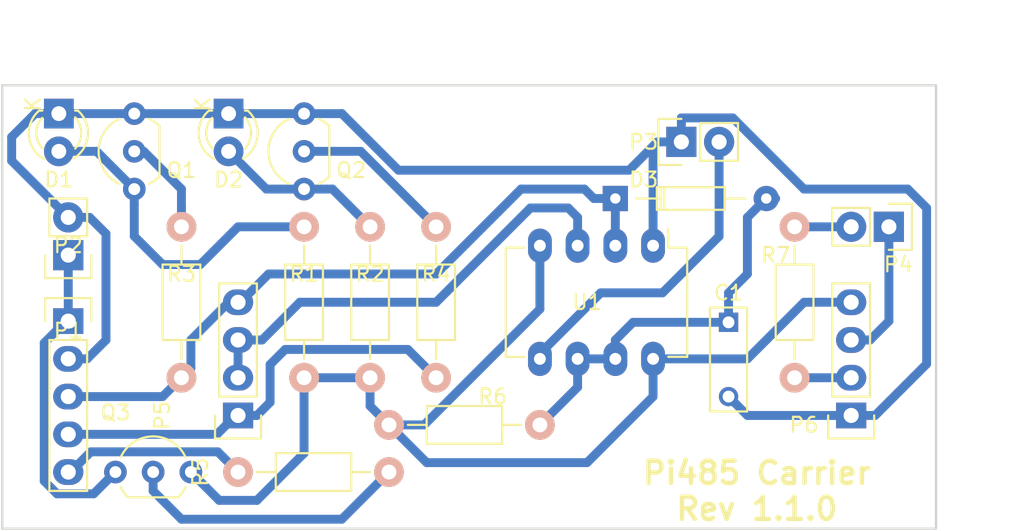
<source format=kicad_pcb>
(kicad_pcb (version 20160815) (host pcbnew "(2016-12-18 revision 3ffa37c)-master")

  (general
    (links 41)
    (no_connects 0)
    (area 37.389999 15.715 110.235001 51.1825)
    (thickness 1.6)
    (drawings 7)
    (tracks 136)
    (zones 0)
    (modules 21)
    (nets 18)
  )

  (page A4)
  (layers
    (0 F.Cu jumper)
    (31 B.Cu signal)
    (32 B.Adhes user)
    (33 F.Adhes user)
    (34 B.Paste user)
    (35 F.Paste user)
    (36 B.SilkS user)
    (37 F.SilkS user)
    (38 B.Mask user)
    (39 F.Mask user)
    (40 Dwgs.User user)
    (41 Cmts.User user)
    (42 Eco1.User user)
    (43 Eco2.User user)
    (44 Edge.Cuts user)
    (45 Margin user)
    (46 B.CrtYd user)
    (47 F.CrtYd user)
    (48 B.Fab user)
    (49 F.Fab user)
  )

  (setup
    (last_trace_width 0.6)
    (trace_clearance 0.3)
    (zone_clearance 0.508)
    (zone_45_only no)
    (trace_min 0.6)
    (segment_width 0.2)
    (edge_width 0.15)
    (via_size 0.8)
    (via_drill 0.4)
    (via_min_size 0.4)
    (via_min_drill 0.3)
    (uvia_size 0.3)
    (uvia_drill 0.1)
    (uvias_allowed no)
    (uvia_min_size 0.2)
    (uvia_min_drill 0.1)
    (pcb_text_width 0.3)
    (pcb_text_size 1.5 1.5)
    (mod_edge_width 0.15)
    (mod_text_size 1 1)
    (mod_text_width 0.15)
    (pad_size 1.524 1.524)
    (pad_drill 0.762)
    (pad_to_mask_clearance 0.2)
    (aux_axis_origin 48.26 29.21)
    (grid_origin 48.26 29.21)
    (visible_elements FFFFFF7F)
    (pcbplotparams
      (layerselection 0x00000_fffffffe)
      (usegerberextensions false)
      (excludeedgelayer true)
      (linewidth 0.100000)
      (plotframeref false)
      (viasonmask false)
      (mode 1)
      (useauxorigin false)
      (hpglpennumber 1)
      (hpglpenspeed 20)
      (hpglpendiameter 15)
      (psnegative false)
      (psa4output false)
      (plotreference true)
      (plotvalue true)
      (plotinvisibletext false)
      (padsonsilk false)
      (subtractmaskfromsilk false)
      (outputformat 4)
      (mirror false)
      (drillshape 1)
      (scaleselection 1)
      (outputdirectory ""))
  )

  (net 0 "")
  (net 1 "Net-(C1-Pad1)")
  (net 2 GND)
  (net 3 "Net-(D1-Pad2)")
  (net 4 "Net-(D2-Pad2)")
  (net 5 "/(TXDO)_GPIO14")
  (net 6 VCC)
  (net 7 "/(RXDO)_GPIO15")
  (net 8 "/(485PWR)_GPIO18")
  (net 9 "Net-(P3-Pad2)")
  (net 10 "Net-(P4-Pad2)")
  (net 11 /lctec485/B)
  (net 12 "Net-(Q1-Pad2)")
  (net 13 "Net-(Q2-Pad2)")
  (net 14 "Net-(Q3-Pad2)")
  (net 15 /lctec485/DE)
  (net 16 /lctec485/A)
  (net 17 /lctec485/VCIN)

  (net_class Default "This is the default net class."
    (clearance 0.3)
    (trace_width 0.6)
    (via_dia 0.8)
    (via_drill 0.4)
    (uvia_dia 0.3)
    (uvia_drill 0.1)
    (diff_pair_gap 0.25)
    (diff_pair_width 0.6)
    (add_net "/(485PWR)_GPIO18")
    (add_net "/(RXDO)_GPIO15")
    (add_net "/(TXDO)_GPIO14")
    (add_net /lctec485/A)
    (add_net /lctec485/B)
    (add_net /lctec485/DE)
    (add_net /lctec485/VCIN)
    (add_net GND)
    (add_net "Net-(C1-Pad1)")
    (add_net "Net-(D1-Pad2)")
    (add_net "Net-(D2-Pad2)")
    (add_net "Net-(P3-Pad2)")
    (add_net "Net-(P4-Pad2)")
    (add_net "Net-(Q1-Pad2)")
    (add_net "Net-(Q2-Pad2)")
    (add_net "Net-(Q3-Pad2)")
    (add_net VCC)
  )

  (module Pin_Headers:Pin_Header_Straight_1x02 (layer F.Cu) (tedit 54EA090C) (tstamp 5888ACC6)
    (at 41.91 32.385 180)
    (descr "Through hole pin header")
    (tags "pin header")
    (path /5881B0F1)
    (fp_text reference P1 (at 0 -5.1 180) (layer F.SilkS)
      (effects (font (size 1 1) (thickness 0.15)))
    )
    (fp_text value PWR (at 3.175 1.27 270) (layer F.Fab)
      (effects (font (size 1 1) (thickness 0.15)))
    )
    (fp_line (start 1.27 1.27) (end 1.27 3.81) (layer F.SilkS) (width 0.15))
    (fp_line (start 1.55 -1.55) (end 1.55 0) (layer F.SilkS) (width 0.15))
    (fp_line (start -1.75 -1.75) (end -1.75 4.3) (layer F.CrtYd) (width 0.05))
    (fp_line (start 1.75 -1.75) (end 1.75 4.3) (layer F.CrtYd) (width 0.05))
    (fp_line (start -1.75 -1.75) (end 1.75 -1.75) (layer F.CrtYd) (width 0.05))
    (fp_line (start -1.75 4.3) (end 1.75 4.3) (layer F.CrtYd) (width 0.05))
    (fp_line (start 1.27 1.27) (end -1.27 1.27) (layer F.SilkS) (width 0.15))
    (fp_line (start -1.55 0) (end -1.55 -1.55) (layer F.SilkS) (width 0.15))
    (fp_line (start -1.55 -1.55) (end 1.55 -1.55) (layer F.SilkS) (width 0.15))
    (fp_line (start -1.27 1.27) (end -1.27 3.81) (layer F.SilkS) (width 0.15))
    (fp_line (start -1.27 3.81) (end 1.27 3.81) (layer F.SilkS) (width 0.15))
    (pad 1 thru_hole rect (at 0 0 180) (size 2.032 2.032) (drill 1.016) (layers *.Cu *.Mask)
      (net 6 VCC))
    (pad 2 thru_hole oval (at 0 2.54 180) (size 2.032 2.032) (drill 1.016) (layers *.Cu *.Mask)
      (net 2 GND))
    (model Pin_Headers.3dshapes/Pin_Header_Straight_1x02.wrl
      (at (xyz 0 -0.05 0))
      (scale (xyz 1 1 1))
      (rotate (xyz 0 0 90))
    )
  )

  (module Pin_Headers:Pin_Header_Straight_1x05 (layer F.Cu) (tedit 54EA0684) (tstamp 5888AC8D)
    (at 41.91 36.83)
    (descr "Through hole pin header")
    (tags "pin header")
    (path /5881B0F0)
    (fp_text reference P2 (at 0 -5.1) (layer F.SilkS)
      (effects (font (size 1 1) (thickness 0.15)))
    )
    (fp_text value "Rasperry Pi" (at -3.175 6.35 90) (layer F.Fab)
      (effects (font (size 1 1) (thickness 0.15)))
    )
    (fp_line (start -1.55 0) (end -1.55 -1.55) (layer F.SilkS) (width 0.15))
    (fp_line (start -1.55 -1.55) (end 1.55 -1.55) (layer F.SilkS) (width 0.15))
    (fp_line (start 1.55 -1.55) (end 1.55 0) (layer F.SilkS) (width 0.15))
    (fp_line (start -1.75 -1.75) (end -1.75 11.95) (layer F.CrtYd) (width 0.05))
    (fp_line (start 1.75 -1.75) (end 1.75 11.95) (layer F.CrtYd) (width 0.05))
    (fp_line (start -1.75 -1.75) (end 1.75 -1.75) (layer F.CrtYd) (width 0.05))
    (fp_line (start -1.75 11.95) (end 1.75 11.95) (layer F.CrtYd) (width 0.05))
    (fp_line (start 1.27 1.27) (end 1.27 11.43) (layer F.SilkS) (width 0.15))
    (fp_line (start 1.27 11.43) (end -1.27 11.43) (layer F.SilkS) (width 0.15))
    (fp_line (start -1.27 11.43) (end -1.27 1.27) (layer F.SilkS) (width 0.15))
    (fp_line (start 1.27 1.27) (end -1.27 1.27) (layer F.SilkS) (width 0.15))
    (pad 1 thru_hole rect (at 0 0) (size 2.032 1.7272) (drill 1.016) (layers *.Cu *.Mask)
      (net 6 VCC))
    (pad 2 thru_hole oval (at 0 2.54) (size 2.032 1.7272) (drill 1.016) (layers *.Cu *.Mask)
      (net 2 GND))
    (pad 3 thru_hole oval (at 0 5.08) (size 2.032 1.7272) (drill 1.016) (layers *.Cu *.Mask)
      (net 5 "/(TXDO)_GPIO14"))
    (pad 4 thru_hole oval (at 0 7.62) (size 2.032 1.7272) (drill 1.016) (layers *.Cu *.Mask)
      (net 7 "/(RXDO)_GPIO15"))
    (pad 5 thru_hole oval (at 0 10.16) (size 2.032 1.7272) (drill 1.016) (layers *.Cu *.Mask)
      (net 8 "/(485PWR)_GPIO18"))
    (model Pin_Headers.3dshapes/Pin_Header_Straight_1x05.wrl
      (at (xyz 0 -0.2 0))
      (scale (xyz 1 1 1))
      (rotate (xyz 0 0 90))
    )
  )

  (module Resistors_THT:Resistor_Horizontal_RM10mm (layer F.Cu) (tedit 58824FCA) (tstamp 588230E5)
    (at 90.805 30.48 270)
    (descr "Resistor, Axial,  RM 10mm, 1/3W")
    (tags "Resistor Axial RM 10mm 1/3W")
    (path /5881F20C)
    (fp_text reference R7 (at 1.905 1.27) (layer F.SilkS)
      (effects (font (size 1 1) (thickness 0.15)))
    )
    (fp_text value R (at 5.08 0 270) (layer F.Fab)
      (effects (font (size 1 1) (thickness 0.15)))
    )
    (fp_line (start -1.25 -1.5) (end 11.4 -1.5) (layer F.CrtYd) (width 0.05))
    (fp_line (start -1.25 1.5) (end -1.25 -1.5) (layer F.CrtYd) (width 0.05))
    (fp_line (start 11.4 -1.5) (end 11.4 1.5) (layer F.CrtYd) (width 0.05))
    (fp_line (start -1.25 1.5) (end 11.4 1.5) (layer F.CrtYd) (width 0.05))
    (fp_line (start 2.54 -1.27) (end 7.62 -1.27) (layer F.SilkS) (width 0.15))
    (fp_line (start 7.62 -1.27) (end 7.62 1.27) (layer F.SilkS) (width 0.15))
    (fp_line (start 7.62 1.27) (end 2.54 1.27) (layer F.SilkS) (width 0.15))
    (fp_line (start 2.54 1.27) (end 2.54 -1.27) (layer F.SilkS) (width 0.15))
    (fp_line (start 2.54 0) (end 1.27 0) (layer F.SilkS) (width 0.15))
    (fp_line (start 7.62 0) (end 8.89 0) (layer F.SilkS) (width 0.15))
    (pad 1 thru_hole circle (at 0 0 270) (size 1.99898 1.99898) (drill 1.00076) (layers *.Cu *.SilkS *.Mask)
      (net 10 "Net-(P4-Pad2)"))
    (pad 2 thru_hole circle (at 10.16 0 270) (size 1.99898 1.99898) (drill 1.00076) (layers *.Cu *.SilkS *.Mask)
      (net 16 /lctec485/A))
    (model Resistors_ThroughHole.3dshapes/Resistor_Horizontal_RM10mm.wrl
      (at (xyz 0.2 0 0))
      (scale (xyz 0.4 0.4 0.4))
      (rotate (xyz 0 0 0))
    )
  )

  (module Socket_Strips:Socket_Strip_Straight_1x04 locked (layer F.Cu) (tedit 58824FEF) (tstamp 58822F99)
    (at 94.615 43.18 90)
    (descr "Through hole socket strip")
    (tags "socket strip")
    (path /58816C1D/5881786B)
    (fp_text reference P6 (at -0.635 -3.175) (layer F.SilkS)
      (effects (font (size 1 1) (thickness 0.15)))
    )
    (fp_text value CONN_01X04 (at 3.81 2.54 90) (layer F.Fab) hide
      (effects (font (size 1 1) (thickness 0.15)))
    )
    (fp_line (start -1.55 -1.55) (end -1.55 1.55) (layer F.SilkS) (width 0.15))
    (fp_line (start 0 -1.55) (end -1.55 -1.55) (layer F.SilkS) (width 0.15))
    (fp_line (start 1.27 1.27) (end 1.27 -1.27) (layer F.SilkS) (width 0.15))
    (fp_line (start 8.89 -1.27) (end 8.89 1.27) (layer F.SilkS) (width 0.15))
    (fp_line (start -1.55 1.55) (end 0 1.55) (layer F.SilkS) (width 0.15))
    (fp_line (start 1.27 1.27) (end 8.89 1.27) (layer F.SilkS) (width 0.15))
    (fp_line (start 1.27 -1.27) (end 8.89 -1.27) (layer F.SilkS) (width 0.15))
    (fp_line (start -1.75 1.75) (end 9.4 1.75) (layer F.CrtYd) (width 0.05))
    (fp_line (start -1.75 -1.75) (end 9.4 -1.75) (layer F.CrtYd) (width 0.05))
    (fp_line (start 9.4 -1.75) (end 9.4 1.75) (layer F.CrtYd) (width 0.05))
    (fp_line (start -1.75 -1.75) (end -1.75 1.75) (layer F.CrtYd) (width 0.05))
    (pad 4 thru_hole oval (at 7.62 0 90) (size 1.7272 2.032) (drill 1.016) (layers *.Cu *.Mask)
      (net 17 /lctec485/VCIN))
    (pad 3 thru_hole oval (at 5.08 0 90) (size 1.7272 2.032) (drill 1.016) (layers *.Cu *.Mask)
      (net 11 /lctec485/B))
    (pad 2 thru_hole oval (at 2.54 0 90) (size 1.7272 2.032) (drill 1.016) (layers *.Cu *.Mask)
      (net 16 /lctec485/A))
    (pad 1 thru_hole rect (at 0 0 90) (size 1.7272 2.032) (drill 1.016) (layers *.Cu *.Mask)
      (net 2 GND))
    (model Socket_Strips.3dshapes/Socket_Strip_Straight_1x04.wrl
      (at (xyz 0.15 0 0))
      (scale (xyz 1 1 1))
      (rotate (xyz 0 0 180))
    )
  )

  (module Socket_Strips:Socket_Strip_Straight_1x04 locked (layer F.Cu) (tedit 58825060) (tstamp 58822F62)
    (at 53.34 43.18 90)
    (descr "Through hole socket strip")
    (tags "socket strip")
    (path /58816C1D/5881780E)
    (fp_text reference P5 (at 0 -5.1 90) (layer F.SilkS)
      (effects (font (size 1 1) (thickness 0.15)))
    )
    (fp_text value CONN_01X04 (at 0 -3.1 90) (layer F.Fab) hide
      (effects (font (size 1 1) (thickness 0.15)))
    )
    (fp_line (start -1.75 -1.75) (end -1.75 1.75) (layer F.CrtYd) (width 0.05))
    (fp_line (start 9.4 -1.75) (end 9.4 1.75) (layer F.CrtYd) (width 0.05))
    (fp_line (start -1.75 -1.75) (end 9.4 -1.75) (layer F.CrtYd) (width 0.05))
    (fp_line (start -1.75 1.75) (end 9.4 1.75) (layer F.CrtYd) (width 0.05))
    (fp_line (start 1.27 -1.27) (end 8.89 -1.27) (layer F.SilkS) (width 0.15))
    (fp_line (start 1.27 1.27) (end 8.89 1.27) (layer F.SilkS) (width 0.15))
    (fp_line (start -1.55 1.55) (end 0 1.55) (layer F.SilkS) (width 0.15))
    (fp_line (start 8.89 -1.27) (end 8.89 1.27) (layer F.SilkS) (width 0.15))
    (fp_line (start 1.27 1.27) (end 1.27 -1.27) (layer F.SilkS) (width 0.15))
    (fp_line (start 0 -1.55) (end -1.55 -1.55) (layer F.SilkS) (width 0.15))
    (fp_line (start -1.55 -1.55) (end -1.55 1.55) (layer F.SilkS) (width 0.15))
    (pad 1 thru_hole rect (at 0 0 90) (size 1.7272 2.032) (drill 1.016) (layers *.Cu *.Mask)
      (net 7 "/(RXDO)_GPIO15"))
    (pad 2 thru_hole oval (at 2.54 0 90) (size 1.7272 2.032) (drill 1.016) (layers *.Cu *.Mask)
      (net 15 /lctec485/DE))
    (pad 3 thru_hole oval (at 5.08 0 90) (size 1.7272 2.032) (drill 1.016) (layers *.Cu *.Mask)
      (net 15 /lctec485/DE))
    (pad 4 thru_hole oval (at 7.62 0 90) (size 1.7272 2.032) (drill 1.016) (layers *.Cu *.Mask)
      (net 5 "/(TXDO)_GPIO14"))
    (model Socket_Strips.3dshapes/Socket_Strip_Straight_1x04.wrl
      (at (xyz 0.15 0 0))
      (scale (xyz 1 1 1))
      (rotate (xyz 0 0 180))
    )
  )

  (module Capacitors_THT:C_Rect_L7_W2.5_P5 (layer F.Cu) (tedit 0) (tstamp 5881EBFB)
    (at 86.36 36.91 270)
    (descr "Film Capacitor Length 7mm x Width 2.5mm, Pitch 5mm")
    (tags Capacitor)
    (path /5881B0E4)
    (fp_text reference C1 (at -1.985 0) (layer F.SilkS)
      (effects (font (size 1 1) (thickness 0.15)))
    )
    (fp_text value 10nF (at 2.46 0 270) (layer F.Fab)
      (effects (font (size 1 1) (thickness 0.15)))
    )
    (fp_line (start -1.25 -1.5) (end 6.25 -1.5) (layer F.CrtYd) (width 0.05))
    (fp_line (start 6.25 -1.5) (end 6.25 1.5) (layer F.CrtYd) (width 0.05))
    (fp_line (start 6.25 1.5) (end -1.25 1.5) (layer F.CrtYd) (width 0.05))
    (fp_line (start -1.25 1.5) (end -1.25 -1.5) (layer F.CrtYd) (width 0.05))
    (fp_line (start -1 -1.25) (end 6 -1.25) (layer F.SilkS) (width 0.15))
    (fp_line (start 6 -1.25) (end 6 1.25) (layer F.SilkS) (width 0.15))
    (fp_line (start 6 1.25) (end -1 1.25) (layer F.SilkS) (width 0.15))
    (fp_line (start -1 1.25) (end -1 -1.25) (layer F.SilkS) (width 0.15))
    (pad 1 thru_hole rect (at 0 0 270) (size 1.3 1.3) (drill 0.8) (layers *.Cu *.Mask)
      (net 1 "Net-(C1-Pad1)"))
    (pad 2 thru_hole circle (at 5 0 270) (size 1.3 1.3) (drill 0.8) (layers *.Cu *.Mask)
      (net 2 GND))
  )

  (module LEDs:LED-3MM (layer F.Cu) (tedit 559B82F6) (tstamp 5881EC0C)
    (at 41.275 22.86 270)
    (descr "LED 3mm round vertical")
    (tags "LED  3mm round vertical")
    (path /5881B0F4)
    (fp_text reference D1 (at 4.445 0) (layer F.SilkS)
      (effects (font (size 1 1) (thickness 0.15)))
    )
    (fp_text value TX (at 1.27 2.54 90) (layer F.Fab)
      (effects (font (size 1 1) (thickness 0.15)))
    )
    (fp_line (start -1.2 2.3) (end 3.8 2.3) (layer F.CrtYd) (width 0.05))
    (fp_line (start 3.8 2.3) (end 3.8 -2.2) (layer F.CrtYd) (width 0.05))
    (fp_line (start 3.8 -2.2) (end -1.2 -2.2) (layer F.CrtYd) (width 0.05))
    (fp_line (start -1.2 -2.2) (end -1.2 2.3) (layer F.CrtYd) (width 0.05))
    (fp_line (start -0.199 1.314) (end -0.199 1.114) (layer F.SilkS) (width 0.15))
    (fp_line (start -0.199 -1.28) (end -0.199 -1.1) (layer F.SilkS) (width 0.15))
    (fp_arc (start 1.301 0.034) (end -0.199 -1.286) (angle 108.5) (layer F.SilkS) (width 0.15))
    (fp_arc (start 1.301 0.034) (end 0.25 -1.1) (angle 85.7) (layer F.SilkS) (width 0.15))
    (fp_arc (start 1.311 0.034) (end 3.051 0.994) (angle 110) (layer F.SilkS) (width 0.15))
    (fp_arc (start 1.301 0.034) (end 2.335 1.094) (angle 87.5) (layer F.SilkS) (width 0.15))
    (fp_text user K (at -0.635 1.74 270) (layer F.SilkS)
      (effects (font (size 1 1) (thickness 0.15)))
    )
    (pad 1 thru_hole rect (at 0 0) (size 2 2) (drill 1.00076) (layers *.Cu *.Mask)
      (net 2 GND))
    (pad 2 thru_hole circle (at 2.54 0 270) (size 2 2) (drill 1.00076) (layers *.Cu *.Mask)
      (net 3 "Net-(D1-Pad2)"))
    (model LEDs.3dshapes/LED-3MM.wrl
      (at (xyz 0.05 0 0))
      (scale (xyz 1 1 1))
      (rotate (xyz 0 0 90))
    )
  )

  (module LEDs:LED-3MM (layer F.Cu) (tedit 559B82F6) (tstamp 5881EC1D)
    (at 52.705 22.86 270)
    (descr "LED 3mm round vertical")
    (tags "LED  3mm round vertical")
    (path /5881B0F5)
    (fp_text reference D2 (at 4.445 0) (layer F.SilkS)
      (effects (font (size 1 1) (thickness 0.15)))
    )
    (fp_text value RX (at 1.27 3.175 90) (layer F.Fab)
      (effects (font (size 1 1) (thickness 0.15)))
    )
    (fp_text user K (at -0.635 1.74 270) (layer F.SilkS)
      (effects (font (size 1 1) (thickness 0.15)))
    )
    (fp_arc (start 1.301 0.034) (end 2.335 1.094) (angle 87.5) (layer F.SilkS) (width 0.15))
    (fp_arc (start 1.311 0.034) (end 3.051 0.994) (angle 110) (layer F.SilkS) (width 0.15))
    (fp_arc (start 1.301 0.034) (end 0.25 -1.1) (angle 85.7) (layer F.SilkS) (width 0.15))
    (fp_arc (start 1.301 0.034) (end -0.199 -1.286) (angle 108.5) (layer F.SilkS) (width 0.15))
    (fp_line (start -0.199 -1.28) (end -0.199 -1.1) (layer F.SilkS) (width 0.15))
    (fp_line (start -0.199 1.314) (end -0.199 1.114) (layer F.SilkS) (width 0.15))
    (fp_line (start -1.2 -2.2) (end -1.2 2.3) (layer F.CrtYd) (width 0.05))
    (fp_line (start 3.8 -2.2) (end -1.2 -2.2) (layer F.CrtYd) (width 0.05))
    (fp_line (start 3.8 2.3) (end 3.8 -2.2) (layer F.CrtYd) (width 0.05))
    (fp_line (start -1.2 2.3) (end 3.8 2.3) (layer F.CrtYd) (width 0.05))
    (pad 2 thru_hole circle (at 2.54 0 270) (size 2 2) (drill 1.00076) (layers *.Cu *.Mask)
      (net 4 "Net-(D2-Pad2)"))
    (pad 1 thru_hole rect (at 0 0) (size 2 2) (drill 1.00076) (layers *.Cu *.Mask)
      (net 2 GND))
    (model LEDs.3dshapes/LED-3MM.wrl
      (at (xyz 0.05 0 0))
      (scale (xyz 1 1 1))
      (rotate (xyz 0 0 90))
    )
  )

  (module Diodes_THT:Diode_DO-35_SOD27_Horizontal_RM10 (layer F.Cu) (tedit 552FFC30) (tstamp 5881EC2C)
    (at 78.73948 28.57754)
    (descr "Diode, DO-35,  SOD27, Horizontal, RM 10mm")
    (tags "Diode, DO-35, SOD27, Horizontal, RM 10mm, 1N4148,")
    (path /5881B0FC)
    (fp_text reference D3 (at 1.90552 -1.27254 -180) (layer F.SilkS)
      (effects (font (size 1 1) (thickness 0.15)))
    )
    (fp_text value BAT43 (at 5.08052 -0.00254) (layer F.Fab)
      (effects (font (size 1 1) (thickness 0.15)))
    )
    (fp_line (start 7.36652 -0.00254) (end 8.76352 -0.00254) (layer F.SilkS) (width 0.15))
    (fp_line (start 2.92152 -0.00254) (end 1.39752 -0.00254) (layer F.SilkS) (width 0.15))
    (fp_line (start 3.30252 -0.76454) (end 3.30252 0.75946) (layer F.SilkS) (width 0.15))
    (fp_line (start 3.04852 -0.76454) (end 3.04852 0.75946) (layer F.SilkS) (width 0.15))
    (fp_line (start 2.79452 -0.00254) (end 2.79452 0.75946) (layer F.SilkS) (width 0.15))
    (fp_line (start 2.79452 0.75946) (end 7.36652 0.75946) (layer F.SilkS) (width 0.15))
    (fp_line (start 7.36652 0.75946) (end 7.36652 -0.76454) (layer F.SilkS) (width 0.15))
    (fp_line (start 7.36652 -0.76454) (end 2.79452 -0.76454) (layer F.SilkS) (width 0.15))
    (fp_line (start 2.79452 -0.76454) (end 2.79452 -0.00254) (layer F.SilkS) (width 0.15))
    (pad 2 thru_hole circle (at 10.16052 -0.00254 180) (size 1.69926 1.69926) (drill 0.70104) (layers *.Cu *.Mask)
      (net 1 "Net-(C1-Pad1)"))
    (pad 1 thru_hole rect (at 0.00052 -0.00254 180) (size 1.69926 1.69926) (drill 0.70104) (layers *.Cu *.Mask)
      (net 5 "/(TXDO)_GPIO14"))
    (model Diodes_ThroughHole.3dshapes/Diode_DO-35_SOD27_Horizontal_RM10.wrl
      (at (xyz 0.2 0 0))
      (scale (xyz 0.4 0.4 0.4))
      (rotate (xyz 0 0 180))
    )
  )

  (module Pin_Headers:Pin_Header_Straight_1x02 (layer F.Cu) (tedit 54EA090C) (tstamp 5881EC71)
    (at 83.185 24.765 90)
    (descr "Through hole pin header")
    (tags "pin header")
    (path /5881B0FD)
    (fp_text reference P3 (at 0 -2.54 180) (layer F.SilkS)
      (effects (font (size 1 1) (thickness 0.15)))
    )
    (fp_text value "Latch Disable" (at 2.54 1.27 180) (layer F.Fab)
      (effects (font (size 1 1) (thickness 0.15)))
    )
    (fp_line (start 1.27 1.27) (end 1.27 3.81) (layer F.SilkS) (width 0.15))
    (fp_line (start 1.55 -1.55) (end 1.55 0) (layer F.SilkS) (width 0.15))
    (fp_line (start -1.75 -1.75) (end -1.75 4.3) (layer F.CrtYd) (width 0.05))
    (fp_line (start 1.75 -1.75) (end 1.75 4.3) (layer F.CrtYd) (width 0.05))
    (fp_line (start -1.75 -1.75) (end 1.75 -1.75) (layer F.CrtYd) (width 0.05))
    (fp_line (start -1.75 4.3) (end 1.75 4.3) (layer F.CrtYd) (width 0.05))
    (fp_line (start 1.27 1.27) (end -1.27 1.27) (layer F.SilkS) (width 0.15))
    (fp_line (start -1.55 0) (end -1.55 -1.55) (layer F.SilkS) (width 0.15))
    (fp_line (start -1.55 -1.55) (end 1.55 -1.55) (layer F.SilkS) (width 0.15))
    (fp_line (start -1.27 1.27) (end -1.27 3.81) (layer F.SilkS) (width 0.15))
    (fp_line (start -1.27 3.81) (end 1.27 3.81) (layer F.SilkS) (width 0.15))
    (pad 1 thru_hole rect (at 0 0 90) (size 2.032 2.032) (drill 1.016) (layers *.Cu *.Mask)
      (net 2 GND))
    (pad 2 thru_hole oval (at 0 2.54 90) (size 2.032 2.032) (drill 1.016) (layers *.Cu *.Mask)
      (net 9 "Net-(P3-Pad2)"))
    (model Pin_Headers.3dshapes/Pin_Header_Straight_1x02.wrl
      (at (xyz 0 -0.05 0))
      (scale (xyz 1 1 1))
      (rotate (xyz 0 0 90))
    )
  )

  (module Pin_Headers:Pin_Header_Straight_1x02 (layer F.Cu) (tedit 58824FA4) (tstamp 5881EC82)
    (at 97.155 30.48 270)
    (descr "Through hole pin header")
    (tags "pin header")
    (path /5881F5E0)
    (fp_text reference P4 (at 2.54 -0.635) (layer F.SilkS)
      (effects (font (size 1 1) (thickness 0.15)))
    )
    (fp_text value TERM (at -2.54 1.27) (layer F.Fab)
      (effects (font (size 1 1) (thickness 0.15)))
    )
    (fp_line (start -1.27 3.81) (end 1.27 3.81) (layer F.SilkS) (width 0.15))
    (fp_line (start -1.27 1.27) (end -1.27 3.81) (layer F.SilkS) (width 0.15))
    (fp_line (start -1.55 -1.55) (end 1.55 -1.55) (layer F.SilkS) (width 0.15))
    (fp_line (start -1.55 0) (end -1.55 -1.55) (layer F.SilkS) (width 0.15))
    (fp_line (start 1.27 1.27) (end -1.27 1.27) (layer F.SilkS) (width 0.15))
    (fp_line (start -1.75 4.3) (end 1.75 4.3) (layer F.CrtYd) (width 0.05))
    (fp_line (start -1.75 -1.75) (end 1.75 -1.75) (layer F.CrtYd) (width 0.05))
    (fp_line (start 1.75 -1.75) (end 1.75 4.3) (layer F.CrtYd) (width 0.05))
    (fp_line (start -1.75 -1.75) (end -1.75 4.3) (layer F.CrtYd) (width 0.05))
    (fp_line (start 1.55 -1.55) (end 1.55 0) (layer F.SilkS) (width 0.15))
    (fp_line (start 1.27 1.27) (end 1.27 3.81) (layer F.SilkS) (width 0.15))
    (pad 2 thru_hole oval (at 0 2.54 270) (size 2.032 2.032) (drill 1.016) (layers *.Cu *.Mask)
      (net 10 "Net-(P4-Pad2)"))
    (pad 1 thru_hole rect (at 0 0 270) (size 2.032 2.032) (drill 1.016) (layers *.Cu *.Mask)
      (net 11 /lctec485/B))
    (model Pin_Headers.3dshapes/Pin_Header_Straight_1x02.wrl
      (at (xyz 0 -0.05 0))
      (scale (xyz 1 1 1))
      (rotate (xyz 0 0 90))
    )
  )

  (module TO_SOT_Packages_THT:TO-92_Inline_Wide (layer F.Cu) (tedit 54F242B4) (tstamp 5881EC92)
    (at 46.355 27.94 90)
    (descr "TO-92 leads in-line, wide, drill 0.8mm (see NXP sot054_po.pdf)")
    (tags "to-92 sc-43 sc-43a sot54 PA33 transistor")
    (path /5881B0F2)
    (fp_text reference Q1 (at 1.27 3.175) (layer F.SilkS)
      (effects (font (size 1 1) (thickness 0.15)))
    )
    (fp_text value 2N4401 (at 2.54 0 90) (layer F.Fab)
      (effects (font (size 1 1) (thickness 0.15)))
    )
    (fp_arc (start 2.54 0) (end 0.84 1.7) (angle 20.5) (layer F.SilkS) (width 0.15))
    (fp_arc (start 2.54 0) (end 4.24 1.7) (angle -20.5) (layer F.SilkS) (width 0.15))
    (fp_line (start -1 1.95) (end -1 -2.65) (layer F.CrtYd) (width 0.05))
    (fp_line (start -1 1.95) (end 6.1 1.95) (layer F.CrtYd) (width 0.05))
    (fp_line (start 0.84 1.7) (end 4.24 1.7) (layer F.SilkS) (width 0.15))
    (fp_arc (start 2.54 0) (end 2.54 -2.4) (angle -65.55604127) (layer F.SilkS) (width 0.15))
    (fp_arc (start 2.54 0) (end 2.54 -2.4) (angle 65.55604127) (layer F.SilkS) (width 0.15))
    (fp_line (start -1 -2.65) (end 6.1 -2.65) (layer F.CrtYd) (width 0.05))
    (fp_line (start 6.1 1.95) (end 6.1 -2.65) (layer F.CrtYd) (width 0.05))
    (pad 2 thru_hole circle (at 2.54 0 180) (size 1.524 1.524) (drill 0.8) (layers *.Cu *.Mask)
      (net 12 "Net-(Q1-Pad2)"))
    (pad 3 thru_hole circle (at 5.08 0 180) (size 1.524 1.524) (drill 0.8) (layers *.Cu *.Mask)
      (net 2 GND))
    (pad 1 thru_hole circle (at 0 0 180) (size 1.524 1.524) (drill 0.8) (layers *.Cu *.Mask)
      (net 3 "Net-(D1-Pad2)"))
    (model TO_SOT_Packages_THT.3dshapes/TO-92_Inline_Wide.wrl
      (at (xyz 0.1 0 0))
      (scale (xyz 1 1 1))
      (rotate (xyz 0 0 -90))
    )
  )

  (module TO_SOT_Packages_THT:TO-92_Inline_Wide (layer F.Cu) (tedit 54F242B4) (tstamp 5881ECA2)
    (at 57.785 27.94 90)
    (descr "TO-92 leads in-line, wide, drill 0.8mm (see NXP sot054_po.pdf)")
    (tags "to-92 sc-43 sc-43a sot54 PA33 transistor")
    (path /5881B0F3)
    (fp_text reference Q2 (at 1.27 3.175) (layer F.SilkS)
      (effects (font (size 1 1) (thickness 0.15)))
    )
    (fp_text value 2N4401 (at 2.54 0 90) (layer F.Fab)
      (effects (font (size 1 1) (thickness 0.15)))
    )
    (fp_line (start 6.1 1.95) (end 6.1 -2.65) (layer F.CrtYd) (width 0.05))
    (fp_line (start -1 -2.65) (end 6.1 -2.65) (layer F.CrtYd) (width 0.05))
    (fp_arc (start 2.54 0) (end 2.54 -2.4) (angle 65.55604127) (layer F.SilkS) (width 0.15))
    (fp_arc (start 2.54 0) (end 2.54 -2.4) (angle -65.55604127) (layer F.SilkS) (width 0.15))
    (fp_line (start 0.84 1.7) (end 4.24 1.7) (layer F.SilkS) (width 0.15))
    (fp_line (start -1 1.95) (end 6.1 1.95) (layer F.CrtYd) (width 0.05))
    (fp_line (start -1 1.95) (end -1 -2.65) (layer F.CrtYd) (width 0.05))
    (fp_arc (start 2.54 0) (end 4.24 1.7) (angle -20.5) (layer F.SilkS) (width 0.15))
    (fp_arc (start 2.54 0) (end 0.84 1.7) (angle 20.5) (layer F.SilkS) (width 0.15))
    (pad 1 thru_hole circle (at 0 0 180) (size 1.524 1.524) (drill 0.8) (layers *.Cu *.Mask)
      (net 4 "Net-(D2-Pad2)"))
    (pad 3 thru_hole circle (at 5.08 0 180) (size 1.524 1.524) (drill 0.8) (layers *.Cu *.Mask)
      (net 2 GND))
    (pad 2 thru_hole circle (at 2.54 0 180) (size 1.524 1.524) (drill 0.8) (layers *.Cu *.Mask)
      (net 13 "Net-(Q2-Pad2)"))
    (model TO_SOT_Packages_THT.3dshapes/TO-92_Inline_Wide.wrl
      (at (xyz 0.1 0 0))
      (scale (xyz 1 1 1))
      (rotate (xyz 0 0 -90))
    )
  )

  (module TO_SOT_Packages_THT:TO-92_Inline_Wide (layer F.Cu) (tedit 54F242B4) (tstamp 5881ECB2)
    (at 45.085 46.99)
    (descr "TO-92 leads in-line, wide, drill 0.8mm (see NXP sot054_po.pdf)")
    (tags "to-92 sc-43 sc-43a sot54 PA33 transistor")
    (path /5881B0FF)
    (fp_text reference Q3 (at 0 -4 180) (layer F.SilkS)
      (effects (font (size 1 1) (thickness 0.15)))
    )
    (fp_text value 2N4401 (at 0 3) (layer F.Fab)
      (effects (font (size 1 1) (thickness 0.15)))
    )
    (fp_arc (start 2.54 0) (end 0.84 1.7) (angle 20.5) (layer F.SilkS) (width 0.15))
    (fp_arc (start 2.54 0) (end 4.24 1.7) (angle -20.5) (layer F.SilkS) (width 0.15))
    (fp_line (start -1 1.95) (end -1 -2.65) (layer F.CrtYd) (width 0.05))
    (fp_line (start -1 1.95) (end 6.1 1.95) (layer F.CrtYd) (width 0.05))
    (fp_line (start 0.84 1.7) (end 4.24 1.7) (layer F.SilkS) (width 0.15))
    (fp_arc (start 2.54 0) (end 2.54 -2.4) (angle -65.55604127) (layer F.SilkS) (width 0.15))
    (fp_arc (start 2.54 0) (end 2.54 -2.4) (angle 65.55604127) (layer F.SilkS) (width 0.15))
    (fp_line (start -1 -2.65) (end 6.1 -2.65) (layer F.CrtYd) (width 0.05))
    (fp_line (start 6.1 1.95) (end 6.1 -2.65) (layer F.CrtYd) (width 0.05))
    (pad 2 thru_hole circle (at 2.54 0 90) (size 1.524 1.524) (drill 0.8) (layers *.Cu *.Mask)
      (net 14 "Net-(Q3-Pad2)"))
    (pad 3 thru_hole circle (at 5.08 0 90) (size 1.524 1.524) (drill 0.8) (layers *.Cu *.Mask)
      (net 17 /lctec485/VCIN))
    (pad 1 thru_hole circle (at 0 0 90) (size 1.524 1.524) (drill 0.8) (layers *.Cu *.Mask)
      (net 6 VCC))
    (model TO_SOT_Packages_THT.3dshapes/TO-92_Inline_Wide.wrl
      (at (xyz 0.1 0 0))
      (scale (xyz 1 1 1))
      (rotate (xyz 0 0 -90))
    )
  )

  (module Resistors_THT:Resistor_Horizontal_RM10mm (layer F.Cu) (tedit 56648415) (tstamp 5881ECC2)
    (at 57.785 30.48 270)
    (descr "Resistor, Axial,  RM 10mm, 1/3W")
    (tags "Resistor Axial RM 10mm 1/3W")
    (path /5881B0F7)
    (fp_text reference R1 (at 3.175 0) (layer F.SilkS)
      (effects (font (size 1 1) (thickness 0.15)))
    )
    (fp_text value 200 (at 5.715 0 270) (layer F.Fab)
      (effects (font (size 1 1) (thickness 0.15)))
    )
    (fp_line (start -1.25 -1.5) (end 11.4 -1.5) (layer F.CrtYd) (width 0.05))
    (fp_line (start -1.25 1.5) (end -1.25 -1.5) (layer F.CrtYd) (width 0.05))
    (fp_line (start 11.4 -1.5) (end 11.4 1.5) (layer F.CrtYd) (width 0.05))
    (fp_line (start -1.25 1.5) (end 11.4 1.5) (layer F.CrtYd) (width 0.05))
    (fp_line (start 2.54 -1.27) (end 7.62 -1.27) (layer F.SilkS) (width 0.15))
    (fp_line (start 7.62 -1.27) (end 7.62 1.27) (layer F.SilkS) (width 0.15))
    (fp_line (start 7.62 1.27) (end 2.54 1.27) (layer F.SilkS) (width 0.15))
    (fp_line (start 2.54 1.27) (end 2.54 -1.27) (layer F.SilkS) (width 0.15))
    (fp_line (start 2.54 0) (end 1.27 0) (layer F.SilkS) (width 0.15))
    (fp_line (start 7.62 0) (end 8.89 0) (layer F.SilkS) (width 0.15))
    (pad 1 thru_hole circle (at 0 0 270) (size 1.99898 1.99898) (drill 1.00076) (layers *.Cu *.SilkS *.Mask)
      (net 3 "Net-(D1-Pad2)"))
    (pad 2 thru_hole circle (at 10.16 0 270) (size 1.99898 1.99898) (drill 1.00076) (layers *.Cu *.SilkS *.Mask)
      (net 17 /lctec485/VCIN))
    (model Resistors_ThroughHole.3dshapes/Resistor_Horizontal_RM10mm.wrl
      (at (xyz 0.2 0 0))
      (scale (xyz 0.4 0.4 0.4))
      (rotate (xyz 0 0 0))
    )
  )

  (module Resistors_THT:Resistor_Horizontal_RM10mm (layer F.Cu) (tedit 56648415) (tstamp 5881ECD2)
    (at 62.23 30.48 270)
    (descr "Resistor, Axial,  RM 10mm, 1/3W")
    (tags "Resistor Axial RM 10mm 1/3W")
    (path /5881B0F6)
    (fp_text reference R2 (at 3.175 0) (layer F.SilkS)
      (effects (font (size 1 1) (thickness 0.15)))
    )
    (fp_text value 200 (at 5.715 0 270) (layer F.Fab)
      (effects (font (size 1 1) (thickness 0.15)))
    )
    (fp_line (start 7.62 0) (end 8.89 0) (layer F.SilkS) (width 0.15))
    (fp_line (start 2.54 0) (end 1.27 0) (layer F.SilkS) (width 0.15))
    (fp_line (start 2.54 1.27) (end 2.54 -1.27) (layer F.SilkS) (width 0.15))
    (fp_line (start 7.62 1.27) (end 2.54 1.27) (layer F.SilkS) (width 0.15))
    (fp_line (start 7.62 -1.27) (end 7.62 1.27) (layer F.SilkS) (width 0.15))
    (fp_line (start 2.54 -1.27) (end 7.62 -1.27) (layer F.SilkS) (width 0.15))
    (fp_line (start -1.25 1.5) (end 11.4 1.5) (layer F.CrtYd) (width 0.05))
    (fp_line (start 11.4 -1.5) (end 11.4 1.5) (layer F.CrtYd) (width 0.05))
    (fp_line (start -1.25 1.5) (end -1.25 -1.5) (layer F.CrtYd) (width 0.05))
    (fp_line (start -1.25 -1.5) (end 11.4 -1.5) (layer F.CrtYd) (width 0.05))
    (pad 2 thru_hole circle (at 10.16 0 270) (size 1.99898 1.99898) (drill 1.00076) (layers *.Cu *.SilkS *.Mask)
      (net 17 /lctec485/VCIN))
    (pad 1 thru_hole circle (at 0 0 270) (size 1.99898 1.99898) (drill 1.00076) (layers *.Cu *.SilkS *.Mask)
      (net 4 "Net-(D2-Pad2)"))
    (model Resistors_ThroughHole.3dshapes/Resistor_Horizontal_RM10mm.wrl
      (at (xyz 0.2 0 0))
      (scale (xyz 0.4 0.4 0.4))
      (rotate (xyz 0 0 0))
    )
  )

  (module Resistors_THT:Resistor_Horizontal_RM10mm (layer F.Cu) (tedit 56648415) (tstamp 5881ECE2)
    (at 49.53 30.48 270)
    (descr "Resistor, Axial,  RM 10mm, 1/3W")
    (tags "Resistor Axial RM 10mm 1/3W")
    (path /5881B0F8)
    (fp_text reference R3 (at 3.175 0) (layer F.SilkS)
      (effects (font (size 1 1) (thickness 0.15)))
    )
    (fp_text value 270 (at 5.715 0 270) (layer F.Fab)
      (effects (font (size 1 1) (thickness 0.15)))
    )
    (fp_line (start 7.62 0) (end 8.89 0) (layer F.SilkS) (width 0.15))
    (fp_line (start 2.54 0) (end 1.27 0) (layer F.SilkS) (width 0.15))
    (fp_line (start 2.54 1.27) (end 2.54 -1.27) (layer F.SilkS) (width 0.15))
    (fp_line (start 7.62 1.27) (end 2.54 1.27) (layer F.SilkS) (width 0.15))
    (fp_line (start 7.62 -1.27) (end 7.62 1.27) (layer F.SilkS) (width 0.15))
    (fp_line (start 2.54 -1.27) (end 7.62 -1.27) (layer F.SilkS) (width 0.15))
    (fp_line (start -1.25 1.5) (end 11.4 1.5) (layer F.CrtYd) (width 0.05))
    (fp_line (start 11.4 -1.5) (end 11.4 1.5) (layer F.CrtYd) (width 0.05))
    (fp_line (start -1.25 1.5) (end -1.25 -1.5) (layer F.CrtYd) (width 0.05))
    (fp_line (start -1.25 -1.5) (end 11.4 -1.5) (layer F.CrtYd) (width 0.05))
    (pad 2 thru_hole circle (at 10.16 0 270) (size 1.99898 1.99898) (drill 1.00076) (layers *.Cu *.SilkS *.Mask)
      (net 5 "/(TXDO)_GPIO14"))
    (pad 1 thru_hole circle (at 0 0 270) (size 1.99898 1.99898) (drill 1.00076) (layers *.Cu *.SilkS *.Mask)
      (net 12 "Net-(Q1-Pad2)"))
    (model Resistors_ThroughHole.3dshapes/Resistor_Horizontal_RM10mm.wrl
      (at (xyz 0.2 0 0))
      (scale (xyz 0.4 0.4 0.4))
      (rotate (xyz 0 0 0))
    )
  )

  (module Resistors_THT:Resistor_Horizontal_RM10mm (layer F.Cu) (tedit 56648415) (tstamp 5881ECF2)
    (at 66.675 30.48 270)
    (descr "Resistor, Axial,  RM 10mm, 1/3W")
    (tags "Resistor Axial RM 10mm 1/3W")
    (path /5881B0F9)
    (fp_text reference R4 (at 3.175 0) (layer F.SilkS)
      (effects (font (size 1 1) (thickness 0.15)))
    )
    (fp_text value 270 (at 5.715 0 270) (layer F.Fab)
      (effects (font (size 1 1) (thickness 0.15)))
    )
    (fp_line (start -1.25 -1.5) (end 11.4 -1.5) (layer F.CrtYd) (width 0.05))
    (fp_line (start -1.25 1.5) (end -1.25 -1.5) (layer F.CrtYd) (width 0.05))
    (fp_line (start 11.4 -1.5) (end 11.4 1.5) (layer F.CrtYd) (width 0.05))
    (fp_line (start -1.25 1.5) (end 11.4 1.5) (layer F.CrtYd) (width 0.05))
    (fp_line (start 2.54 -1.27) (end 7.62 -1.27) (layer F.SilkS) (width 0.15))
    (fp_line (start 7.62 -1.27) (end 7.62 1.27) (layer F.SilkS) (width 0.15))
    (fp_line (start 7.62 1.27) (end 2.54 1.27) (layer F.SilkS) (width 0.15))
    (fp_line (start 2.54 1.27) (end 2.54 -1.27) (layer F.SilkS) (width 0.15))
    (fp_line (start 2.54 0) (end 1.27 0) (layer F.SilkS) (width 0.15))
    (fp_line (start 7.62 0) (end 8.89 0) (layer F.SilkS) (width 0.15))
    (pad 1 thru_hole circle (at 0 0 270) (size 1.99898 1.99898) (drill 1.00076) (layers *.Cu *.SilkS *.Mask)
      (net 13 "Net-(Q2-Pad2)"))
    (pad 2 thru_hole circle (at 10.16 0 270) (size 1.99898 1.99898) (drill 1.00076) (layers *.Cu *.SilkS *.Mask)
      (net 7 "/(RXDO)_GPIO15"))
    (model Resistors_ThroughHole.3dshapes/Resistor_Horizontal_RM10mm.wrl
      (at (xyz 0.2 0 0))
      (scale (xyz 0.4 0.4 0.4))
      (rotate (xyz 0 0 0))
    )
  )

  (module Resistors_THT:Resistor_Horizontal_RM10mm (layer F.Cu) (tedit 56648415) (tstamp 5881ED02)
    (at 63.5 46.99 180)
    (descr "Resistor, Axial,  RM 10mm, 1/3W")
    (tags "Resistor Axial RM 10mm 1/3W")
    (path /5881B0FE)
    (fp_text reference R5 (at 12.7 0 -90) (layer F.SilkS)
      (effects (font (size 1 1) (thickness 0.15)))
    )
    (fp_text value 270 (at 5.08 0 180) (layer F.Fab)
      (effects (font (size 1 1) (thickness 0.15)))
    )
    (fp_line (start 7.62 0) (end 8.89 0) (layer F.SilkS) (width 0.15))
    (fp_line (start 2.54 0) (end 1.27 0) (layer F.SilkS) (width 0.15))
    (fp_line (start 2.54 1.27) (end 2.54 -1.27) (layer F.SilkS) (width 0.15))
    (fp_line (start 7.62 1.27) (end 2.54 1.27) (layer F.SilkS) (width 0.15))
    (fp_line (start 7.62 -1.27) (end 7.62 1.27) (layer F.SilkS) (width 0.15))
    (fp_line (start 2.54 -1.27) (end 7.62 -1.27) (layer F.SilkS) (width 0.15))
    (fp_line (start -1.25 1.5) (end 11.4 1.5) (layer F.CrtYd) (width 0.05))
    (fp_line (start 11.4 -1.5) (end 11.4 1.5) (layer F.CrtYd) (width 0.05))
    (fp_line (start -1.25 1.5) (end -1.25 -1.5) (layer F.CrtYd) (width 0.05))
    (fp_line (start -1.25 -1.5) (end 11.4 -1.5) (layer F.CrtYd) (width 0.05))
    (pad 2 thru_hole circle (at 10.16 0 180) (size 1.99898 1.99898) (drill 1.00076) (layers *.Cu *.SilkS *.Mask)
      (net 8 "/(485PWR)_GPIO18"))
    (pad 1 thru_hole circle (at 0 0 180) (size 1.99898 1.99898) (drill 1.00076) (layers *.Cu *.SilkS *.Mask)
      (net 14 "Net-(Q3-Pad2)"))
    (model Resistors_ThroughHole.3dshapes/Resistor_Horizontal_RM10mm.wrl
      (at (xyz 0.2 0 0))
      (scale (xyz 0.4 0.4 0.4))
      (rotate (xyz 0 0 0))
    )
  )

  (module Resistors_THT:Resistor_Horizontal_RM10mm (layer F.Cu) (tedit 56648415) (tstamp 5881ED12)
    (at 73.66 43.815 180)
    (descr "Resistor, Axial,  RM 10mm, 1/3W")
    (tags "Resistor Axial RM 10mm 1/3W")
    (path /5881B0E3)
    (fp_text reference R6 (at 3.175 1.905) (layer F.SilkS)
      (effects (font (size 1 1) (thickness 0.15)))
    )
    (fp_text value 3.9k (at 5.08 0 180) (layer F.Fab)
      (effects (font (size 1 1) (thickness 0.15)))
    )
    (fp_line (start -1.25 -1.5) (end 11.4 -1.5) (layer F.CrtYd) (width 0.05))
    (fp_line (start -1.25 1.5) (end -1.25 -1.5) (layer F.CrtYd) (width 0.05))
    (fp_line (start 11.4 -1.5) (end 11.4 1.5) (layer F.CrtYd) (width 0.05))
    (fp_line (start -1.25 1.5) (end 11.4 1.5) (layer F.CrtYd) (width 0.05))
    (fp_line (start 2.54 -1.27) (end 7.62 -1.27) (layer F.SilkS) (width 0.15))
    (fp_line (start 7.62 -1.27) (end 7.62 1.27) (layer F.SilkS) (width 0.15))
    (fp_line (start 7.62 1.27) (end 2.54 1.27) (layer F.SilkS) (width 0.15))
    (fp_line (start 2.54 1.27) (end 2.54 -1.27) (layer F.SilkS) (width 0.15))
    (fp_line (start 2.54 0) (end 1.27 0) (layer F.SilkS) (width 0.15))
    (fp_line (start 7.62 0) (end 8.89 0) (layer F.SilkS) (width 0.15))
    (pad 1 thru_hole circle (at 0 0 180) (size 1.99898 1.99898) (drill 1.00076) (layers *.Cu *.SilkS *.Mask)
      (net 1 "Net-(C1-Pad1)"))
    (pad 2 thru_hole circle (at 10.16 0 180) (size 1.99898 1.99898) (drill 1.00076) (layers *.Cu *.SilkS *.Mask)
      (net 17 /lctec485/VCIN))
    (model Resistors_ThroughHole.3dshapes/Resistor_Horizontal_RM10mm.wrl
      (at (xyz 0.2 0 0))
      (scale (xyz 0.4 0.4 0.4))
      (rotate (xyz 0 0 0))
    )
  )

  (module Housings_DIP:DIP-8_W7.62mm_LongPads (layer F.Cu) (tedit 54130A77) (tstamp 5881ED29)
    (at 81.28 31.75 270)
    (descr "8-lead dip package, row spacing 7.62 mm (300 mils), longer pads")
    (tags "dil dip 2.54 300")
    (path /5881B0E2)
    (fp_text reference U1 (at 3.81 4.445 180) (layer F.SilkS)
      (effects (font (size 1 1) (thickness 0.15)))
    )
    (fp_text value NE555 (at 4.445 -1.27 270) (layer F.Fab)
      (effects (font (size 1 1) (thickness 0.15)))
    )
    (fp_line (start -1.4 -2.45) (end -1.4 10.1) (layer F.CrtYd) (width 0.05))
    (fp_line (start 9 -2.45) (end 9 10.1) (layer F.CrtYd) (width 0.05))
    (fp_line (start -1.4 -2.45) (end 9 -2.45) (layer F.CrtYd) (width 0.05))
    (fp_line (start -1.4 10.1) (end 9 10.1) (layer F.CrtYd) (width 0.05))
    (fp_line (start 0.135 -2.295) (end 0.135 -1.025) (layer F.SilkS) (width 0.15))
    (fp_line (start 7.485 -2.295) (end 7.485 -1.025) (layer F.SilkS) (width 0.15))
    (fp_line (start 7.485 9.915) (end 7.485 8.645) (layer F.SilkS) (width 0.15))
    (fp_line (start 0.135 9.915) (end 0.135 8.645) (layer F.SilkS) (width 0.15))
    (fp_line (start 0.135 -2.295) (end 7.485 -2.295) (layer F.SilkS) (width 0.15))
    (fp_line (start 0.135 9.915) (end 7.485 9.915) (layer F.SilkS) (width 0.15))
    (fp_line (start 0.135 -1.025) (end -1.15 -1.025) (layer F.SilkS) (width 0.15))
    (pad 1 thru_hole oval (at 0 0 270) (size 2.3 1.6) (drill 0.8) (layers *.Cu *.Mask)
      (net 2 GND))
    (pad 2 thru_hole oval (at 0 2.54 270) (size 2.3 1.6) (drill 0.8) (layers *.Cu *.Mask)
      (net 5 "/(TXDO)_GPIO14"))
    (pad 3 thru_hole oval (at 0 5.08 270) (size 2.3 1.6) (drill 0.8) (layers *.Cu *.Mask)
      (net 15 /lctec485/DE))
    (pad 4 thru_hole oval (at 0 7.62 270) (size 2.3 1.6) (drill 0.8) (layers *.Cu *.Mask)
      (net 17 /lctec485/VCIN))
    (pad 5 thru_hole oval (at 7.62 7.62 270) (size 2.3 1.6) (drill 0.8) (layers *.Cu *.Mask)
      (net 9 "Net-(P3-Pad2)"))
    (pad 6 thru_hole oval (at 7.62 5.08 270) (size 2.3 1.6) (drill 0.8) (layers *.Cu *.Mask)
      (net 1 "Net-(C1-Pad1)"))
    (pad 7 thru_hole oval (at 7.62 2.54 270) (size 2.3 1.6) (drill 0.8) (layers *.Cu *.Mask)
      (net 1 "Net-(C1-Pad1)"))
    (pad 8 thru_hole oval (at 7.62 0 270) (size 2.3 1.6) (drill 0.8) (layers *.Cu *.Mask)
      (net 17 /lctec485/VCIN))
    (model Housings_DIP.3dshapes/DIP-8_W7.62mm_LongPads.wrl
      (at (xyz 0 0 0))
      (scale (xyz 1 1 1))
      (rotate (xyz 0 0 0))
    )
  )

  (dimension 62.865 (width 0.3) (layer F.Fab)
    (gr_text "62.865 mm" (at 68.8975 17.065) (layer F.Fab) (tstamp 5882765B)
      (effects (font (size 1.5 1.5) (thickness 0.3)))
    )
    (feature1 (pts (xy 100.33 20.955) (xy 100.33 15.715)))
    (feature2 (pts (xy 37.465 20.955) (xy 37.465 15.715)))
    (crossbar (pts (xy 37.465 18.415) (xy 100.33 18.415)))
    (arrow1a (pts (xy 100.33 18.415) (xy 99.203496 19.001421)))
    (arrow1b (pts (xy 100.33 18.415) (xy 99.203496 17.828579)))
    (arrow2a (pts (xy 37.465 18.415) (xy 38.591504 19.001421)))
    (arrow2b (pts (xy 37.465 18.415) (xy 38.591504 17.828579)))
  )
  (dimension 29.845 (width 0.3) (layer F.Fab)
    (gr_text "29.845 mm" (at 103.585 35.8775 270) (layer F.Fab) (tstamp 5882765C)
      (effects (font (size 1.5 1.5) (thickness 0.3)))
    )
    (feature1 (pts (xy 100.965 50.8) (xy 104.935 50.8)))
    (feature2 (pts (xy 100.965 20.955) (xy 104.935 20.955)))
    (crossbar (pts (xy 102.235 20.955) (xy 102.235 50.8)))
    (arrow1a (pts (xy 102.235 50.8) (xy 101.648579 49.673496)))
    (arrow1b (pts (xy 102.235 50.8) (xy 102.821421 49.673496)))
    (arrow2a (pts (xy 102.235 20.955) (xy 101.648579 22.081504)))
    (arrow2b (pts (xy 102.235 20.955) (xy 102.821421 22.081504)))
  )
  (gr_line (start 100.33 20.955) (end 37.465 20.955) (layer Edge.Cuts) (width 0.15))
  (gr_line (start 100.33 50.8) (end 100.33 20.955) (layer Edge.Cuts) (width 0.15))
  (gr_line (start 37.465 50.8) (end 100.33 50.8) (layer Edge.Cuts) (width 0.15))
  (gr_line (start 37.465 20.955) (end 37.465 50.8) (layer Edge.Cuts) (width 0.15))
  (gr_text "Pi485 Carrier\nRev 1.1.0" (at 88.265 48.26) (layer F.SilkS)
    (effects (font (size 1.5 1.5) (thickness 0.3)))
  )

  (segment (start 76.2 39.37) (end 76.2 41.275) (width 0.6) (layer B.Cu) (net 1))
  (segment (start 76.2 41.275) (end 73.66 43.815) (width 0.6) (layer B.Cu) (net 1))
  (segment (start 86.36 36.91) (end 86.36 34.925) (width 0.6) (layer B.Cu) (net 1))
  (segment (start 86.36 34.925) (end 87.63 33.655) (width 0.6) (layer B.Cu) (net 1))
  (segment (start 87.63 33.655) (end 87.63 29.845) (width 0.6) (layer B.Cu) (net 1))
  (segment (start 87.63 29.845) (end 88.9 28.575) (width 0.6) (layer B.Cu) (net 1))
  (segment (start 79.93 36.91) (end 86.36 36.91) (width 0.6) (layer B.Cu) (net 1))
  (segment (start 88.9 28.575) (end 89.535 28.575) (width 0.6) (layer B.Cu) (net 1))
  (segment (start 79.93 36.91) (end 78.74 38.1) (width 0.6) (layer B.Cu) (net 1))
  (segment (start 78.74 38.1) (end 78.74 39.37) (width 0.6) (layer B.Cu) (net 1))
  (segment (start 76.2 39.37) (end 78.74 39.37) (width 0.6) (layer B.Cu) (net 1))
  (segment (start 79.664 26.67) (end 64.137806 26.67) (width 0.6) (layer B.Cu) (net 2))
  (segment (start 81.569 24.765) (end 79.664 26.67) (width 0.6) (layer B.Cu) (net 2))
  (segment (start 81.28 31.75) (end 81.28 25.054) (width 0.6) (layer B.Cu) (net 2))
  (segment (start 81.28 25.054) (end 81.569 24.765) (width 0.6) (layer B.Cu) (net 2))
  (segment (start 81.569 24.765) (end 83.185 24.765) (width 0.6) (layer B.Cu) (net 2))
  (segment (start 41.91 29.845) (end 43.34684 29.845) (width 0.6) (layer B.Cu) (net 2))
  (segment (start 43.34684 29.845) (end 44.45 30.94816) (width 0.6) (layer B.Cu) (net 2))
  (segment (start 44.45 30.94816) (end 44.45 38.1) (width 0.6) (layer B.Cu) (net 2))
  (segment (start 44.45 38.1) (end 43.18 39.37) (width 0.6) (layer B.Cu) (net 2))
  (segment (start 43.18 39.37) (end 41.91 39.37) (width 0.6) (layer B.Cu) (net 2))
  (segment (start 38.1 24.435) (end 38.1 26.035) (width 0.6) (layer B.Cu) (net 2))
  (segment (start 38.1 26.035) (end 41.91 29.845) (width 0.6) (layer B.Cu) (net 2))
  (segment (start 94.615 43.18) (end 96.231 43.18) (width 0.6) (layer B.Cu) (net 2))
  (segment (start 96.231 43.18) (end 99.695 39.716) (width 0.6) (layer B.Cu) (net 2))
  (segment (start 91.44 27.94) (end 86.648999 23.148999) (width 0.6) (layer B.Cu) (net 2))
  (segment (start 99.695 39.716) (end 99.695 29.21) (width 0.6) (layer B.Cu) (net 2))
  (segment (start 99.695 29.21) (end 98.425 27.94) (width 0.6) (layer B.Cu) (net 2))
  (segment (start 98.425 27.94) (end 91.44 27.94) (width 0.6) (layer B.Cu) (net 2))
  (segment (start 86.648999 23.148999) (end 83.185001 23.148999) (width 0.6) (layer B.Cu) (net 2))
  (segment (start 83.185001 23.148999) (end 83.185 24.765) (width 0.6) (layer B.Cu) (net 2))
  (segment (start 57.785 22.86) (end 60.327806 22.86) (width 0.6) (layer B.Cu) (net 2))
  (segment (start 60.327806 22.86) (end 64.137806 26.67) (width 0.6) (layer B.Cu) (net 2))
  (segment (start 86.36 41.91) (end 87.63 43.18) (width 0.6) (layer B.Cu) (net 2))
  (segment (start 87.63 43.18) (end 94.615 43.18) (width 0.6) (layer B.Cu) (net 2))
  (segment (start 41.275 22.86) (end 39.675 22.86) (width 0.6) (layer B.Cu) (net 2))
  (segment (start 46.355 22.86) (end 41.275 22.86) (width 0.6) (layer B.Cu) (net 2))
  (segment (start 52.705 22.86) (end 46.355 22.86) (width 0.6) (layer B.Cu) (net 2))
  (segment (start 57.785 22.86) (end 52.705 22.86) (width 0.6) (layer B.Cu) (net 2))
  (segment (start 38.1 24.435) (end 39.675 22.86) (width 0.6) (layer B.Cu) (net 2))
  (segment (start 57.785 30.48) (end 53.34 30.48) (width 0.6) (layer B.Cu) (net 3))
  (segment (start 53.34 30.48) (end 50.8 33.02) (width 0.6) (layer B.Cu) (net 3))
  (segment (start 50.8 33.02) (end 48.26 33.02) (width 0.6) (layer B.Cu) (net 3))
  (segment (start 48.26 33.02) (end 46.355 31.115) (width 0.6) (layer B.Cu) (net 3))
  (segment (start 46.355 31.115) (end 46.355 29.01763) (width 0.6) (layer B.Cu) (net 3))
  (segment (start 46.355 29.01763) (end 46.355 27.94) (width 0.6) (layer B.Cu) (net 3))
  (segment (start 41.275 25.4) (end 43.815 25.4) (width 0.6) (layer B.Cu) (net 3))
  (segment (start 43.815 25.4) (end 46.355 27.94) (width 0.6) (layer B.Cu) (net 3))
  (segment (start 57.785 27.94) (end 59.69 27.94) (width 0.6) (layer B.Cu) (net 4))
  (segment (start 59.69 27.94) (end 62.23 30.48) (width 0.6) (layer B.Cu) (net 4))
  (segment (start 52.705 25.4) (end 55.245 27.94) (width 0.6) (layer B.Cu) (net 4))
  (segment (start 55.245 27.94) (end 57.785 27.94) (width 0.6) (layer B.Cu) (net 4))
  (segment (start 49.53 40.64) (end 50.165 40.005) (width 0.6) (layer B.Cu) (net 5))
  (segment (start 50.165 40.005) (end 50.165 38.1) (width 0.6) (layer B.Cu) (net 5))
  (segment (start 50.165 38.1) (end 52.705 35.56) (width 0.6) (layer B.Cu) (net 5))
  (segment (start 52.705 35.56) (end 53.34 35.56) (width 0.6) (layer B.Cu) (net 5))
  (segment (start 41.91 41.91) (end 48.26 41.91) (width 0.6) (layer B.Cu) (net 5))
  (segment (start 48.26 41.91) (end 49.53 40.64) (width 0.6) (layer B.Cu) (net 5))
  (segment (start 53.34 35.56) (end 53.4924 35.56) (width 0.6) (layer B.Cu) (net 5))
  (segment (start 53.4924 35.56) (end 55.3974 33.655) (width 0.6) (layer B.Cu) (net 5))
  (segment (start 55.3974 33.655) (end 66.675 33.655) (width 0.6) (layer B.Cu) (net 5))
  (segment (start 66.675 33.655) (end 72.39 27.94) (width 0.6) (layer B.Cu) (net 5))
  (segment (start 72.39 27.94) (end 76.65537 27.94) (width 0.6) (layer B.Cu) (net 5))
  (segment (start 76.65537 27.94) (end 77.29037 28.575) (width 0.6) (layer B.Cu) (net 5))
  (segment (start 77.29037 28.575) (end 78.74 28.575) (width 0.6) (layer B.Cu) (net 5))
  (segment (start 78.74 28.575) (end 78.74 31.75) (width 0.6) (layer B.Cu) (net 5))
  (segment (start 45.085 46.99) (end 43.62139 48.45361) (width 0.6) (layer B.Cu) (net 6))
  (segment (start 43.62139 48.45361) (end 41.151353 48.45361) (width 0.6) (layer B.Cu) (net 6))
  (segment (start 41.151353 48.45361) (end 40.29399 47.596247) (width 0.6) (layer B.Cu) (net 6))
  (segment (start 40.29399 47.596247) (end 40.29399 38.29361) (width 0.6) (layer B.Cu) (net 6))
  (segment (start 40.29399 38.29361) (end 41.7576 36.83) (width 0.6) (layer B.Cu) (net 6))
  (segment (start 41.7576 36.83) (end 41.91 36.83) (width 0.6) (layer B.Cu) (net 6))
  (segment (start 41.91 32.385) (end 41.91 36.83) (width 0.6) (layer B.Cu) (net 6))
  (segment (start 66.675 40.64) (end 64.77 38.735) (width 0.6) (layer B.Cu) (net 7))
  (segment (start 64.77 38.735) (end 56.515 38.735) (width 0.6) (layer B.Cu) (net 7))
  (segment (start 56.515 38.735) (end 55.499 39.751) (width 0.6) (layer B.Cu) (net 7))
  (segment (start 55.499 39.751) (end 55.499 42.291) (width 0.6) (layer B.Cu) (net 7))
  (segment (start 55.499 42.291) (end 54.61 43.18) (width 0.6) (layer B.Cu) (net 7))
  (segment (start 54.61 43.18) (end 53.34 43.18) (width 0.6) (layer B.Cu) (net 7))
  (segment (start 41.91 44.45) (end 51.9176 44.45) (width 0.6) (layer B.Cu) (net 7))
  (segment (start 51.9176 44.45) (end 53.1876 43.18) (width 0.6) (layer B.Cu) (net 7))
  (segment (start 53.1876 43.18) (end 53.34 43.18) (width 0.6) (layer B.Cu) (net 7))
  (segment (start 53.34 43.18) (end 53.4924 43.18) (width 0.6) (layer B.Cu) (net 7))
  (segment (start 53.34 43.18) (end 54.147752 43.18) (width 0.6) (layer B.Cu) (net 7))
  (segment (start 41.91 46.99) (end 42.0624 46.99) (width 0.6) (layer B.Cu) (net 8))
  (segment (start 42.0624 46.99) (end 43.424401 45.627999) (width 0.6) (layer B.Cu) (net 8))
  (segment (start 43.424401 45.627999) (end 51.977999 45.627999) (width 0.6) (layer B.Cu) (net 8))
  (segment (start 51.977999 45.627999) (end 52.340511 45.990511) (width 0.6) (layer B.Cu) (net 8))
  (segment (start 52.340511 45.990511) (end 53.34 46.99) (width 0.6) (layer B.Cu) (net 8))
  (segment (start 85.725 24.765) (end 85.725 31.115) (width 0.6) (layer B.Cu) (net 9))
  (segment (start 85.725 31.115) (end 81.915 34.925) (width 0.6) (layer B.Cu) (net 9))
  (segment (start 81.915 34.925) (end 77.755 34.925) (width 0.6) (layer B.Cu) (net 9))
  (segment (start 77.755 34.925) (end 73.66 39.02) (width 0.6) (layer B.Cu) (net 9))
  (segment (start 73.66 39.02) (end 73.66 39.37) (width 0.6) (layer B.Cu) (net 9))
  (segment (start 90.805 30.48) (end 94.615 30.48) (width 0.6) (layer B.Cu) (net 10))
  (segment (start 97.155 30.48) (end 97.155 36.83) (width 0.6) (layer B.Cu) (net 11))
  (segment (start 97.155 36.83) (end 95.885 38.1) (width 0.6) (layer B.Cu) (net 11))
  (segment (start 95.885 38.1) (end 94.615 38.1) (width 0.6) (layer B.Cu) (net 11))
  (segment (start 46.355 25.4) (end 46.99 25.4) (width 0.6) (layer B.Cu) (net 12))
  (segment (start 46.99 25.4) (end 49.53 27.94) (width 0.6) (layer B.Cu) (net 12))
  (segment (start 49.53 27.94) (end 49.53 29.21) (width 0.6) (layer B.Cu) (net 12))
  (segment (start 49.53 29.21) (end 49.53 30.48) (width 0.6) (layer B.Cu) (net 12))
  (segment (start 57.785 25.4) (end 61.595 25.4) (width 0.6) (layer B.Cu) (net 13))
  (segment (start 61.595 25.4) (end 66.675 30.48) (width 0.6) (layer B.Cu) (net 13))
  (segment (start 63.5 46.99) (end 60.325 50.165) (width 0.6) (layer B.Cu) (net 14))
  (segment (start 60.325 50.165) (end 49.53 50.165) (width 0.6) (layer B.Cu) (net 14))
  (segment (start 49.53 50.165) (end 47.625 48.26) (width 0.6) (layer B.Cu) (net 14))
  (segment (start 47.625 48.26) (end 47.625 46.99) (width 0.6) (layer B.Cu) (net 14))
  (segment (start 76.2 31.75) (end 76.2 29.845028) (width 0.6) (layer B.Cu) (net 15))
  (segment (start 76.2 29.845028) (end 75.564972 29.21) (width 0.6) (layer B.Cu) (net 15))
  (segment (start 75.564972 29.21) (end 73.025 29.21) (width 0.6) (layer B.Cu) (net 15))
  (segment (start 73.025 29.21) (end 66.675 35.56) (width 0.6) (layer B.Cu) (net 15))
  (segment (start 66.675 35.56) (end 57.496 35.56) (width 0.6) (layer B.Cu) (net 15))
  (segment (start 57.496 35.56) (end 54.956 38.1) (width 0.6) (layer B.Cu) (net 15))
  (segment (start 54.956 38.1) (end 53.34 38.1) (width 0.6) (layer B.Cu) (net 15))
  (segment (start 53.34 38.1) (end 53.34 40.64) (width 0.6) (layer B.Cu) (net 15))
  (segment (start 94.615 40.64) (end 90.805 40.64) (width 0.6) (layer B.Cu) (net 16))
  (segment (start 73.66 31.75) (end 73.66 36.022248) (width 0.6) (layer B.Cu) (net 17))
  (segment (start 73.66 36.022248) (end 65.867248 43.815) (width 0.6) (layer B.Cu) (net 17))
  (segment (start 65.867248 43.815) (end 64.913492 43.815) (width 0.6) (layer B.Cu) (net 17))
  (segment (start 64.913492 43.815) (end 63.5 43.815) (width 0.6) (layer B.Cu) (net 17))
  (segment (start 63.5 43.815) (end 66.04 46.355) (width 0.6) (layer B.Cu) (net 17))
  (segment (start 66.04 46.355) (end 76.835 46.355) (width 0.6) (layer B.Cu) (net 17))
  (segment (start 76.835 46.355) (end 81.28 41.91) (width 0.6) (layer B.Cu) (net 17))
  (segment (start 81.28 41.91) (end 81.28 39.37) (width 0.6) (layer B.Cu) (net 17))
  (segment (start 62.23 40.64) (end 62.23 42.545) (width 0.6) (layer B.Cu) (net 17))
  (segment (start 62.23 42.545) (end 63.5 43.815) (width 0.6) (layer B.Cu) (net 17))
  (segment (start 57.785 40.64) (end 57.785 45.72) (width 0.6) (layer B.Cu) (net 17))
  (segment (start 57.785 45.72) (end 54.61 48.895) (width 0.6) (layer B.Cu) (net 17))
  (segment (start 54.61 48.895) (end 52.07 48.895) (width 0.6) (layer B.Cu) (net 17))
  (segment (start 52.07 48.895) (end 50.926999 47.751999) (width 0.6) (layer B.Cu) (net 17))
  (segment (start 50.926999 47.751999) (end 50.165 46.99) (width 0.6) (layer B.Cu) (net 17))
  (segment (start 81.28 39.37) (end 87.63 39.37) (width 0.6) (layer B.Cu) (net 17))
  (segment (start 87.63 39.37) (end 91.44 35.56) (width 0.6) (layer B.Cu) (net 17))
  (segment (start 91.44 35.56) (end 94.615 35.56) (width 0.6) (layer B.Cu) (net 17))
  (segment (start 57.785 40.64) (end 62.23 40.64) (width 0.6) (layer B.Cu) (net 17))

)

</source>
